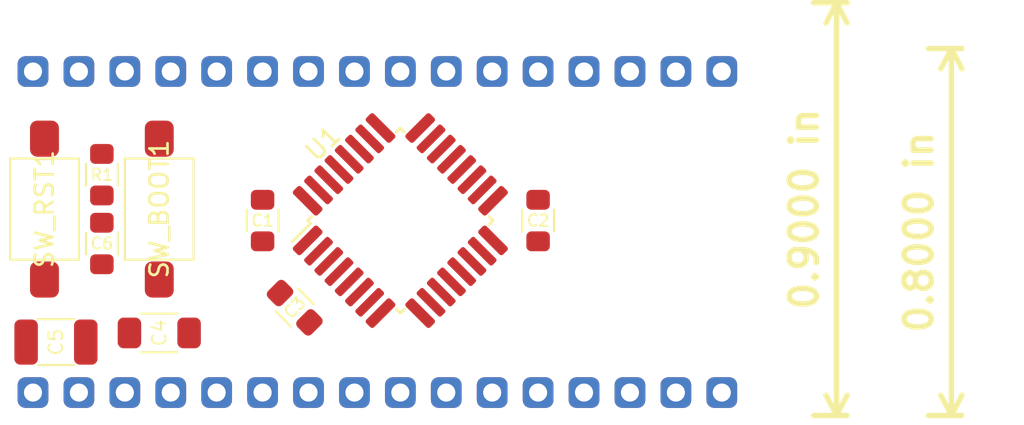
<source format=kicad_pcb>
(kicad_pcb (version 20171130) (host pcbnew "(5.0.1-3-g963ef8bb5)")

  (general
    (thickness 1.6)
    (drawings 2)
    (tracks 0)
    (zones 0)
    (modules 12)
    (nets 30)
  )

  (page USLetter)
  (title_block
    (title "STM32L031 (32-LQFP) Breakout")
    (date 2019-03-22)
    (comment 1 creativecommons.org/licenses/by-sa/4.0/)
    (comment 2 "License: CC BY-SA 4.0")
    (comment 3 "(C) Vlad Belous")
  )

  (layers
    (0 F.Cu mixed)
    (31 B.Cu mixed)
    (34 B.Paste user)
    (35 F.Paste user)
    (36 B.SilkS user)
    (37 F.SilkS user)
    (38 B.Mask user)
    (39 F.Mask user)
    (40 Dwgs.User user)
    (41 Cmts.User user)
    (44 Edge.Cuts user)
    (45 Margin user)
    (46 B.CrtYd user)
    (47 F.CrtYd user)
  )

  (setup
    (last_trace_width 0.2032)
    (user_trace_width 0.3048)
    (user_trace_width 0.508)
    (user_trace_width 0.8128)
    (trace_clearance 0.2032)
    (zone_clearance 0.508)
    (zone_45_only no)
    (trace_min 0.1778)
    (segment_width 0.2)
    (edge_width 0.15)
    (via_size 0.6096)
    (via_drill 0.3048)
    (via_min_size 0.6096)
    (via_min_drill 0.3048)
    (user_via 0.762 0.4064)
    (user_via 0.9144 0.508)
    (uvia_size 0.3)
    (uvia_drill 0.1)
    (uvias_allowed no)
    (uvia_min_size 0.2)
    (uvia_min_drill 0.1)
    (pcb_text_width 0.3)
    (pcb_text_size 1.5 1.5)
    (mod_edge_width 0.15)
    (mod_text_size 1 1)
    (mod_text_width 0.15)
    (pad_size 1.524 1.524)
    (pad_drill 0.762)
    (pad_to_mask_clearance 0.051)
    (solder_mask_min_width 0.25)
    (aux_axis_origin 0 0)
    (visible_elements FFFFFF7F)
    (pcbplotparams
      (layerselection 0x010fc_ffffffff)
      (usegerberextensions false)
      (usegerberattributes false)
      (usegerberadvancedattributes false)
      (creategerberjobfile false)
      (excludeedgelayer true)
      (linewidth 0.076200)
      (plotframeref false)
      (viasonmask false)
      (mode 1)
      (useauxorigin false)
      (hpglpennumber 1)
      (hpglpenspeed 20)
      (hpglpendiameter 15.000000)
      (psnegative false)
      (psa4output false)
      (plotreference true)
      (plotvalue true)
      (plotinvisibletext false)
      (padsonsilk false)
      (subtractmaskfromsilk false)
      (outputformat 1)
      (mirror false)
      (drillshape 1)
      (scaleselection 1)
      (outputdirectory ""))
  )

  (net 0 "")
  (net 1 VDD)
  (net 2 GND)
  (net 3 "Net-(C6-Pad1)")
  (net 4 PB1)
  (net 5 PB0)
  (net 6 PA7.MOSI)
  (net 7 PA6.MISO)
  (net 8 PA5.SCK)
  (net 9 PA4)
  (net 10 PA3.RX)
  (net 11 PA2.TX)
  (net 12 PA1)
  (net 13 PA0)
  (net 14 PC15)
  (net 15 PC14)
  (net 16 PB7)
  (net 17 PB6)
  (net 18 PB5)
  (net 19 PB4)
  (net 20 PB3)
  (net 21 PA15)
  (net 22 PA14.SWCLK)
  (net 23 PA13.SWDIO)
  (net 24 PA12)
  (net 25 PA11)
  (net 26 PA10.SDA.RX)
  (net 27 PA9.SCL.TX)
  (net 28 PA8)
  (net 29 BOOT)

  (net_class Default "This is the default net class."
    (clearance 0.2032)
    (trace_width 0.2032)
    (via_dia 0.6096)
    (via_drill 0.3048)
    (uvia_dia 0.3)
    (uvia_drill 0.1)
    (diff_pair_gap 0.1524)
    (diff_pair_width 0.2032)
    (add_net BOOT)
    (add_net GND)
    (add_net "Net-(C6-Pad1)")
    (add_net PA0)
    (add_net PA1)
    (add_net PA10.SDA.RX)
    (add_net PA11)
    (add_net PA12)
    (add_net PA13.SWDIO)
    (add_net PA14.SWCLK)
    (add_net PA15)
    (add_net PA2.TX)
    (add_net PA3.RX)
    (add_net PA4)
    (add_net PA5.SCK)
    (add_net PA6.MISO)
    (add_net PA7.MOSI)
    (add_net PA8)
    (add_net PA9.SCL.TX)
    (add_net PB0)
    (add_net PB1)
    (add_net PB3)
    (add_net PB4)
    (add_net PB5)
    (add_net PB6)
    (add_net PB7)
    (add_net PC14)
    (add_net PC15)
    (add_net VDD)
  )

  (module local_footprints:0805_HS (layer F.Cu) (tedit 5C0C83D5) (tstamp 5C94A345)
    (at 152.4 112.395 90)
    (descr "Resistor SMD 0805, reflow soldering, Vishay (see dcrcw.pdf)")
    (tags "resistor 0805")
    (path /5C9343DC)
    (attr smd)
    (fp_text reference C1 (at 0 0 180) (layer F.SilkS)
      (effects (font (size 0.635 0.635) (thickness 0.1016)))
    )
    (fp_text value 0.1uF (at 0 1.75 90) (layer F.Fab) hide
      (effects (font (size 1 1) (thickness 0.15)))
    )
    (fp_text user %R (at 0 0 90) (layer F.Fab)
      (effects (font (size 0.5 0.5) (thickness 0.075)))
    )
    (fp_line (start -1 0.62) (end -1 -0.62) (layer F.Fab) (width 0.1))
    (fp_line (start 1 0.62) (end -1 0.62) (layer F.Fab) (width 0.1))
    (fp_line (start 1 -0.62) (end 1 0.62) (layer F.Fab) (width 0.1))
    (fp_line (start -1 -0.62) (end 1 -0.62) (layer F.Fab) (width 0.1))
    (fp_line (start 0.6 0.88) (end -0.6 0.88) (layer F.SilkS) (width 0.12))
    (fp_line (start -0.6 -0.88) (end 0.6 -0.88) (layer F.SilkS) (width 0.12))
    (fp_line (start -1.55 -0.9) (end 1.55 -0.9) (layer F.CrtYd) (width 0.05))
    (fp_line (start -1.55 -0.9) (end -1.55 0.9) (layer F.CrtYd) (width 0.05))
    (fp_line (start 1.55 0.9) (end 1.55 -0.9) (layer F.CrtYd) (width 0.05))
    (fp_line (start 1.55 0.9) (end -1.55 0.9) (layer F.CrtYd) (width 0.05))
    (pad 1 smd roundrect (at -1.15 0 90) (size 1.1 1.3) (layers F.Cu F.Paste F.Mask) (roundrect_rratio 0.25)
      (net 1 VDD))
    (pad 2 smd roundrect (at 1.15 0 90) (size 1.1 1.3) (layers F.Cu F.Paste F.Mask) (roundrect_rratio 0.25)
      (net 2 GND))
    (model ${KISYS3DMOD}/Resistors_SMD.3dshapes/R_0805.wrl
      (at (xyz 0 0 0))
      (scale (xyz 1 1 1))
      (rotate (xyz 0 0 0))
    )
  )

  (module local_footprints:0805_HS (layer F.Cu) (tedit 5C0C83D5) (tstamp 5C94A356)
    (at 167.64 112.395 270)
    (descr "Resistor SMD 0805, reflow soldering, Vishay (see dcrcw.pdf)")
    (tags "resistor 0805")
    (path /5C934332)
    (attr smd)
    (fp_text reference C2 (at 0 0) (layer F.SilkS)
      (effects (font (size 0.635 0.635) (thickness 0.1016)))
    )
    (fp_text value 0.1uF (at 0 1.75 270) (layer F.Fab) hide
      (effects (font (size 1 1) (thickness 0.15)))
    )
    (fp_line (start 1.55 0.9) (end -1.55 0.9) (layer F.CrtYd) (width 0.05))
    (fp_line (start 1.55 0.9) (end 1.55 -0.9) (layer F.CrtYd) (width 0.05))
    (fp_line (start -1.55 -0.9) (end -1.55 0.9) (layer F.CrtYd) (width 0.05))
    (fp_line (start -1.55 -0.9) (end 1.55 -0.9) (layer F.CrtYd) (width 0.05))
    (fp_line (start -0.6 -0.88) (end 0.6 -0.88) (layer F.SilkS) (width 0.12))
    (fp_line (start 0.6 0.88) (end -0.6 0.88) (layer F.SilkS) (width 0.12))
    (fp_line (start -1 -0.62) (end 1 -0.62) (layer F.Fab) (width 0.1))
    (fp_line (start 1 -0.62) (end 1 0.62) (layer F.Fab) (width 0.1))
    (fp_line (start 1 0.62) (end -1 0.62) (layer F.Fab) (width 0.1))
    (fp_line (start -1 0.62) (end -1 -0.62) (layer F.Fab) (width 0.1))
    (fp_text user %R (at 0 0 270) (layer F.Fab)
      (effects (font (size 0.5 0.5) (thickness 0.075)))
    )
    (pad 2 smd roundrect (at 1.15 0 270) (size 1.1 1.3) (layers F.Cu F.Paste F.Mask) (roundrect_rratio 0.25)
      (net 2 GND))
    (pad 1 smd roundrect (at -1.15 0 270) (size 1.1 1.3) (layers F.Cu F.Paste F.Mask) (roundrect_rratio 0.25)
      (net 1 VDD))
    (model ${KISYS3DMOD}/Resistors_SMD.3dshapes/R_0805.wrl
      (at (xyz 0 0 0))
      (scale (xyz 1 1 1))
      (rotate (xyz 0 0 0))
    )
  )

  (module local_footprints:0805_HS (layer F.Cu) (tedit 5C0C83D5) (tstamp 5C94A367)
    (at 154.178 117.221 135)
    (descr "Resistor SMD 0805, reflow soldering, Vishay (see dcrcw.pdf)")
    (tags "resistor 0805")
    (path /5C934696)
    (attr smd)
    (fp_text reference C3 (at 0 0 225) (layer F.SilkS)
      (effects (font (size 0.635 0.635) (thickness 0.1016)))
    )
    (fp_text value 0.1uF (at 0 1.75 135) (layer F.Fab) hide
      (effects (font (size 1 1) (thickness 0.15)))
    )
    (fp_line (start 1.55 0.9) (end -1.55 0.9) (layer F.CrtYd) (width 0.05))
    (fp_line (start 1.55 0.9) (end 1.55 -0.9) (layer F.CrtYd) (width 0.05))
    (fp_line (start -1.55 -0.9) (end -1.55 0.9) (layer F.CrtYd) (width 0.05))
    (fp_line (start -1.55 -0.9) (end 1.55 -0.9) (layer F.CrtYd) (width 0.05))
    (fp_line (start -0.6 -0.88) (end 0.6 -0.88) (layer F.SilkS) (width 0.12))
    (fp_line (start 0.6 0.88) (end -0.6 0.88) (layer F.SilkS) (width 0.12))
    (fp_line (start -1 -0.62) (end 1 -0.62) (layer F.Fab) (width 0.1))
    (fp_line (start 1 -0.62) (end 1 0.62) (layer F.Fab) (width 0.1))
    (fp_line (start 1 0.62) (end -1 0.62) (layer F.Fab) (width 0.1))
    (fp_line (start -1 0.62) (end -1 -0.62) (layer F.Fab) (width 0.1))
    (fp_text user %R (at 0 0 135) (layer F.Fab)
      (effects (font (size 0.5 0.5) (thickness 0.075)))
    )
    (pad 2 smd roundrect (at 1.15 0 135) (size 1.1 1.3) (layers F.Cu F.Paste F.Mask) (roundrect_rratio 0.25)
      (net 2 GND))
    (pad 1 smd roundrect (at -1.15 0 135) (size 1.1 1.3) (layers F.Cu F.Paste F.Mask) (roundrect_rratio 0.25)
      (net 1 VDD))
    (model ${KISYS3DMOD}/Resistors_SMD.3dshapes/R_0805.wrl
      (at (xyz 0 0 0))
      (scale (xyz 1 1 1))
      (rotate (xyz 0 0 0))
    )
  )

  (module local_footprints:1206_HS (layer F.Cu) (tedit 5C0C843B) (tstamp 5C94A378)
    (at 146.685 118.618 180)
    (descr "Resistor SMD 1206, reflow soldering, Vishay (see dcrcw.pdf)")
    (tags "resistor 1206")
    (path /5C934743)
    (attr smd)
    (fp_text reference C4 (at 0 0 270) (layer F.SilkS)
      (effects (font (size 0.762 0.762) (thickness 0.1016)))
    )
    (fp_text value 1uF (at 0 1.95 180) (layer F.Fab) hide
      (effects (font (size 1 1) (thickness 0.15)))
    )
    (fp_line (start 2.15 1.1) (end -2.15 1.1) (layer F.CrtYd) (width 0.05))
    (fp_line (start 2.15 1.1) (end 2.15 -1.11) (layer F.CrtYd) (width 0.05))
    (fp_line (start -2.15 -1.11) (end -2.15 1.1) (layer F.CrtYd) (width 0.05))
    (fp_line (start -2.15 -1.11) (end 2.15 -1.11) (layer F.CrtYd) (width 0.05))
    (fp_line (start -1 -1.07) (end 1 -1.07) (layer F.SilkS) (width 0.12))
    (fp_line (start 1 1.07) (end -1 1.07) (layer F.SilkS) (width 0.12))
    (fp_line (start -1.6 -0.8) (end 1.6 -0.8) (layer F.Fab) (width 0.1))
    (fp_line (start 1.6 -0.8) (end 1.6 0.8) (layer F.Fab) (width 0.1))
    (fp_line (start 1.6 0.8) (end -1.6 0.8) (layer F.Fab) (width 0.1))
    (fp_line (start -1.6 0.8) (end -1.6 -0.8) (layer F.Fab) (width 0.1))
    (fp_text user %R (at 0 0 180) (layer F.Fab)
      (effects (font (size 0.7 0.7) (thickness 0.105)))
    )
    (pad 2 smd roundrect (at 1.65 0 180) (size 1.3 1.7) (layers F.Cu F.Paste F.Mask) (roundrect_rratio 0.25)
      (net 2 GND))
    (pad 1 smd roundrect (at -1.65 0 180) (size 1.3 1.7) (layers F.Cu F.Paste F.Mask) (roundrect_rratio 0.25)
      (net 1 VDD))
    (model ${KISYS3DMOD}/Resistors_SMD.3dshapes/R_1206.wrl
      (at (xyz 0 0 0))
      (scale (xyz 1 1 1))
      (rotate (xyz 0 0 0))
    )
  )

  (module local_footprints:1210_HS (layer F.Cu) (tedit 5C934426) (tstamp 5C94A387)
    (at 140.97 119.126)
    (descr "Generic SMD 1210")
    (tags "resistor 1206")
    (path /5C934BB7)
    (attr smd)
    (fp_text reference C5 (at 0 0 90) (layer F.SilkS)
      (effects (font (size 0.762 0.762) (thickness 0.1016)))
    )
    (fp_text value 10uF (at 0 2.286) (layer F.Fab) hide
      (effects (font (size 1 1) (thickness 0.15)))
    )
    (fp_line (start 2.25 1.25) (end -2.25 1.25) (layer F.CrtYd) (width 0.05))
    (fp_line (start 2.25 1.25) (end 2.25 -1.25) (layer F.CrtYd) (width 0.05))
    (fp_line (start -2.25 -1.25) (end -2.25 1.25) (layer F.CrtYd) (width 0.05))
    (fp_line (start -2.25 -1.25) (end 2.25 -1.25) (layer F.CrtYd) (width 0.05))
    (fp_line (start -1 -1.27) (end 1 -1.27) (layer F.SilkS) (width 0.12))
    (fp_line (start 1 1.27) (end -1 1.27) (layer F.SilkS) (width 0.12))
    (fp_line (start 1.6 -0.8) (end 1.6 0.8) (layer F.Fab) (width 0.1))
    (fp_line (start -1.6 0.8) (end -1.6 -0.8) (layer F.Fab) (width 0.1))
    (fp_text user %R (at 0 0 90) (layer F.Fab)
      (effects (font (size 0.7 0.7) (thickness 0.105)))
    )
    (pad 2 smd roundrect (at 1.65 0) (size 1.3 2.5) (layers F.Cu F.Paste F.Mask) (roundrect_rratio 0.25)
      (net 2 GND))
    (pad 1 smd roundrect (at -1.65 0) (size 1.3 2.5) (layers F.Cu F.Paste F.Mask) (roundrect_rratio 0.25)
      (net 1 VDD))
    (model ${KISYS3DMOD}/Resistors_SMD.3dshapes/R_1210.wrl
      (at (xyz 0 0 0))
      (scale (xyz 1 1 1))
      (rotate (xyz 0 0 0))
    )
  )

  (module local_footprints:0805_HS (layer F.Cu) (tedit 5C0C83D5) (tstamp 5C9604BC)
    (at 143.51 113.665 90)
    (descr "Resistor SMD 0805, reflow soldering, Vishay (see dcrcw.pdf)")
    (tags "resistor 0805")
    (path /5C935E8E)
    (attr smd)
    (fp_text reference C6 (at 0 0 180) (layer F.SilkS)
      (effects (font (size 0.635 0.635) (thickness 0.1016)))
    )
    (fp_text value 0.1uF (at 0 1.75 90) (layer F.Fab) hide
      (effects (font (size 1 1) (thickness 0.15)))
    )
    (fp_text user %R (at 0 0 90) (layer F.Fab)
      (effects (font (size 0.5 0.5) (thickness 0.075)))
    )
    (fp_line (start -1 0.62) (end -1 -0.62) (layer F.Fab) (width 0.1))
    (fp_line (start 1 0.62) (end -1 0.62) (layer F.Fab) (width 0.1))
    (fp_line (start 1 -0.62) (end 1 0.62) (layer F.Fab) (width 0.1))
    (fp_line (start -1 -0.62) (end 1 -0.62) (layer F.Fab) (width 0.1))
    (fp_line (start 0.6 0.88) (end -0.6 0.88) (layer F.SilkS) (width 0.12))
    (fp_line (start -0.6 -0.88) (end 0.6 -0.88) (layer F.SilkS) (width 0.12))
    (fp_line (start -1.55 -0.9) (end 1.55 -0.9) (layer F.CrtYd) (width 0.05))
    (fp_line (start -1.55 -0.9) (end -1.55 0.9) (layer F.CrtYd) (width 0.05))
    (fp_line (start 1.55 0.9) (end 1.55 -0.9) (layer F.CrtYd) (width 0.05))
    (fp_line (start 1.55 0.9) (end -1.55 0.9) (layer F.CrtYd) (width 0.05))
    (pad 1 smd roundrect (at -1.15 0 90) (size 1.1 1.3) (layers F.Cu F.Paste F.Mask) (roundrect_rratio 0.25)
      (net 3 "Net-(C6-Pad1)"))
    (pad 2 smd roundrect (at 1.15 0 90) (size 1.1 1.3) (layers F.Cu F.Paste F.Mask) (roundrect_rratio 0.25)
      (net 2 GND))
    (model ${KISYS3DMOD}/Resistors_SMD.3dshapes/R_0805.wrl
      (at (xyz 0 0 0))
      (scale (xyz 1 1 1))
      (rotate (xyz 0 0 0))
    )
  )

  (module local_footprints:Pin_Header_Straight_1x16_Pitch2.54mm (layer F.Cu) (tedit 5C948D41) (tstamp 5C94A3B6)
    (at 139.7 121.92 90)
    (descr "Through hole straight pin header, 1x16, 2.54mm pitch, single row")
    (tags "Through hole pin header THT 1x16 2.54mm single row")
    (path /5C93504B)
    (fp_text reference J1 (at 0 -2.33 90) (layer F.SilkS) hide
      (effects (font (size 1 1) (thickness 0.15)))
    )
    (fp_text value Conn_01x16 (at 0 40.43 90) (layer F.Fab)
      (effects (font (size 1 1) (thickness 0.15)))
    )
    (fp_text user %R (at 0 19.05 180) (layer F.Fab)
      (effects (font (size 1 1) (thickness 0.15)))
    )
    (fp_line (start 1.8 -1.8) (end -1.8 -1.8) (layer F.CrtYd) (width 0.05))
    (fp_line (start 1.8 39.9) (end 1.8 -1.8) (layer F.CrtYd) (width 0.05))
    (fp_line (start -1.8 39.9) (end 1.8 39.9) (layer F.CrtYd) (width 0.05))
    (fp_line (start -1.8 -1.8) (end -1.8 39.9) (layer F.CrtYd) (width 0.05))
    (fp_line (start -1.27 -0.635) (end -0.635 -1.27) (layer F.Fab) (width 0.1))
    (fp_line (start -1.27 39.37) (end -1.27 -0.635) (layer F.Fab) (width 0.1))
    (fp_line (start 1.27 39.37) (end -1.27 39.37) (layer F.Fab) (width 0.1))
    (fp_line (start 1.27 -1.27) (end 1.27 39.37) (layer F.Fab) (width 0.1))
    (fp_line (start -0.635 -1.27) (end 1.27 -1.27) (layer F.Fab) (width 0.1))
    (pad 16 thru_hole roundrect (at 0 38.1 90) (size 1.7 1.7) (drill 1) (layers *.Cu *.Mask) (roundrect_rratio 0.25)
      (net 4 PB1))
    (pad 15 thru_hole roundrect (at 0 35.56 90) (size 1.7 1.7) (drill 1) (layers *.Cu *.Mask) (roundrect_rratio 0.25)
      (net 5 PB0))
    (pad 14 thru_hole roundrect (at 0 33.02 90) (size 1.7 1.7) (drill 1) (layers *.Cu *.Mask) (roundrect_rratio 0.25)
      (net 2 GND))
    (pad 13 thru_hole roundrect (at 0 30.48 90) (size 1.7 1.7) (drill 1) (layers *.Cu *.Mask) (roundrect_rratio 0.25)
      (net 6 PA7.MOSI))
    (pad 12 thru_hole roundrect (at 0 27.94 90) (size 1.7 1.7) (drill 1) (layers *.Cu *.Mask) (roundrect_rratio 0.25)
      (net 7 PA6.MISO))
    (pad 11 thru_hole roundrect (at 0 25.4 90) (size 1.7 1.7) (drill 1) (layers *.Cu *.Mask) (roundrect_rratio 0.25)
      (net 8 PA5.SCK))
    (pad 10 thru_hole roundrect (at 0 22.86 90) (size 1.7 1.7) (drill 1) (layers *.Cu *.Mask) (roundrect_rratio 0.25)
      (net 9 PA4))
    (pad 9 thru_hole roundrect (at 0 20.32 90) (size 1.7 1.7) (drill 1) (layers *.Cu *.Mask) (roundrect_rratio 0.25)
      (net 2 GND))
    (pad 8 thru_hole roundrect (at 0 17.78 90) (size 1.7 1.7) (drill 1) (layers *.Cu *.Mask) (roundrect_rratio 0.25)
      (net 10 PA3.RX))
    (pad 7 thru_hole roundrect (at 0 15.24 90) (size 1.7 1.7) (drill 1) (layers *.Cu *.Mask) (roundrect_rratio 0.25)
      (net 11 PA2.TX))
    (pad 6 thru_hole roundrect (at 0 12.7 90) (size 1.7 1.7) (drill 1) (layers *.Cu *.Mask) (roundrect_rratio 0.25)
      (net 12 PA1))
    (pad 5 thru_hole roundrect (at 0 10.16 90) (size 1.7 1.7) (drill 1) (layers *.Cu *.Mask) (roundrect_rratio 0.25)
      (net 13 PA0))
    (pad 4 thru_hole roundrect (at 0 7.62 90) (size 1.7 1.7) (drill 1) (layers *.Cu *.Mask) (roundrect_rratio 0.25)
      (net 14 PC15))
    (pad 3 thru_hole roundrect (at 0 5.08 90) (size 1.7 1.7) (drill 1) (layers *.Cu *.Mask) (roundrect_rratio 0.25)
      (net 15 PC14))
    (pad 2 thru_hole roundrect (at 0 2.54 90) (size 1.7 1.7) (drill 1) (layers *.Cu *.Mask) (roundrect_rratio 0.25)
      (net 2 GND))
    (pad 1 thru_hole roundrect (at 0 0 90) (size 1.7 1.7) (drill 1) (layers *.Cu *.Mask) (roundrect_rratio 0.25)
      (net 1 VDD))
    (model ${KISYS3DMOD}/Pin_Headers.3dshapes/Pin_Header_Straight_1x16_Pitch2.54mm.wrl
      (at (xyz 0 0 0))
      (scale (xyz 1 1 1))
      (rotate (xyz 0 0 0))
    )
  )

  (module local_footprints:Pin_Header_Straight_1x16_Pitch2.54mm (layer F.Cu) (tedit 5C948D41) (tstamp 5C960220)
    (at 139.7 104.14 90)
    (descr "Through hole straight pin header, 1x16, 2.54mm pitch, single row")
    (tags "Through hole pin header THT 1x16 2.54mm single row")
    (path /5C935C74)
    (fp_text reference J2 (at 0 -2.33 90) (layer F.SilkS) hide
      (effects (font (size 1 1) (thickness 0.15)))
    )
    (fp_text value Conn_01x16 (at 0 40.43 90) (layer F.Fab)
      (effects (font (size 1 1) (thickness 0.15)))
    )
    (fp_line (start -0.635 -1.27) (end 1.27 -1.27) (layer F.Fab) (width 0.1))
    (fp_line (start 1.27 -1.27) (end 1.27 39.37) (layer F.Fab) (width 0.1))
    (fp_line (start 1.27 39.37) (end -1.27 39.37) (layer F.Fab) (width 0.1))
    (fp_line (start -1.27 39.37) (end -1.27 -0.635) (layer F.Fab) (width 0.1))
    (fp_line (start -1.27 -0.635) (end -0.635 -1.27) (layer F.Fab) (width 0.1))
    (fp_line (start -1.8 -1.8) (end -1.8 39.9) (layer F.CrtYd) (width 0.05))
    (fp_line (start -1.8 39.9) (end 1.8 39.9) (layer F.CrtYd) (width 0.05))
    (fp_line (start 1.8 39.9) (end 1.8 -1.8) (layer F.CrtYd) (width 0.05))
    (fp_line (start 1.8 -1.8) (end -1.8 -1.8) (layer F.CrtYd) (width 0.05))
    (fp_text user %R (at 0 19.05 180) (layer F.Fab)
      (effects (font (size 1 1) (thickness 0.15)))
    )
    (pad 1 thru_hole roundrect (at 0 0 90) (size 1.7 1.7) (drill 1) (layers *.Cu *.Mask) (roundrect_rratio 0.25)
      (net 2 GND))
    (pad 2 thru_hole roundrect (at 0 2.54 90) (size 1.7 1.7) (drill 1) (layers *.Cu *.Mask) (roundrect_rratio 0.25)
      (net 16 PB7))
    (pad 3 thru_hole roundrect (at 0 5.08 90) (size 1.7 1.7) (drill 1) (layers *.Cu *.Mask) (roundrect_rratio 0.25)
      (net 17 PB6))
    (pad 4 thru_hole roundrect (at 0 7.62 90) (size 1.7 1.7) (drill 1) (layers *.Cu *.Mask) (roundrect_rratio 0.25)
      (net 18 PB5))
    (pad 5 thru_hole roundrect (at 0 10.16 90) (size 1.7 1.7) (drill 1) (layers *.Cu *.Mask) (roundrect_rratio 0.25)
      (net 19 PB4))
    (pad 6 thru_hole roundrect (at 0 12.7 90) (size 1.7 1.7) (drill 1) (layers *.Cu *.Mask) (roundrect_rratio 0.25)
      (net 20 PB3))
    (pad 7 thru_hole roundrect (at 0 15.24 90) (size 1.7 1.7) (drill 1) (layers *.Cu *.Mask) (roundrect_rratio 0.25)
      (net 2 GND))
    (pad 8 thru_hole roundrect (at 0 17.78 90) (size 1.7 1.7) (drill 1) (layers *.Cu *.Mask) (roundrect_rratio 0.25)
      (net 21 PA15))
    (pad 9 thru_hole roundrect (at 0 20.32 90) (size 1.7 1.7) (drill 1) (layers *.Cu *.Mask) (roundrect_rratio 0.25)
      (net 22 PA14.SWCLK))
    (pad 10 thru_hole roundrect (at 0 22.86 90) (size 1.7 1.7) (drill 1) (layers *.Cu *.Mask) (roundrect_rratio 0.25)
      (net 23 PA13.SWDIO))
    (pad 11 thru_hole roundrect (at 0 25.4 90) (size 1.7 1.7) (drill 1) (layers *.Cu *.Mask) (roundrect_rratio 0.25)
      (net 24 PA12))
    (pad 12 thru_hole roundrect (at 0 27.94 90) (size 1.7 1.7) (drill 1) (layers *.Cu *.Mask) (roundrect_rratio 0.25)
      (net 25 PA11))
    (pad 13 thru_hole roundrect (at 0 30.48 90) (size 1.7 1.7) (drill 1) (layers *.Cu *.Mask) (roundrect_rratio 0.25)
      (net 2 GND))
    (pad 14 thru_hole roundrect (at 0 33.02 90) (size 1.7 1.7) (drill 1) (layers *.Cu *.Mask) (roundrect_rratio 0.25)
      (net 26 PA10.SDA.RX))
    (pad 15 thru_hole roundrect (at 0 35.56 90) (size 1.7 1.7) (drill 1) (layers *.Cu *.Mask) (roundrect_rratio 0.25)
      (net 27 PA9.SCL.TX))
    (pad 16 thru_hole roundrect (at 0 38.1 90) (size 1.7 1.7) (drill 1) (layers *.Cu *.Mask) (roundrect_rratio 0.25)
      (net 28 PA8))
    (model ${KISYS3DMOD}/Pin_Headers.3dshapes/Pin_Header_Straight_1x16_Pitch2.54mm.wrl
      (at (xyz 0 0 0))
      (scale (xyz 1 1 1))
      (rotate (xyz 0 0 0))
    )
  )

  (module local_footprints:0805_HS (layer F.Cu) (tedit 5C0C83D5) (tstamp 5C94A3E5)
    (at 143.51 109.855 270)
    (descr "Resistor SMD 0805, reflow soldering, Vishay (see dcrcw.pdf)")
    (tags "resistor 0805")
    (path /5C937442)
    (attr smd)
    (fp_text reference R1 (at 0 0) (layer F.SilkS)
      (effects (font (size 0.635 0.635) (thickness 0.1016)))
    )
    (fp_text value 10k (at 0 1.75 270) (layer F.Fab) hide
      (effects (font (size 1 1) (thickness 0.15)))
    )
    (fp_line (start 1.55 0.9) (end -1.55 0.9) (layer F.CrtYd) (width 0.05))
    (fp_line (start 1.55 0.9) (end 1.55 -0.9) (layer F.CrtYd) (width 0.05))
    (fp_line (start -1.55 -0.9) (end -1.55 0.9) (layer F.CrtYd) (width 0.05))
    (fp_line (start -1.55 -0.9) (end 1.55 -0.9) (layer F.CrtYd) (width 0.05))
    (fp_line (start -0.6 -0.88) (end 0.6 -0.88) (layer F.SilkS) (width 0.12))
    (fp_line (start 0.6 0.88) (end -0.6 0.88) (layer F.SilkS) (width 0.12))
    (fp_line (start -1 -0.62) (end 1 -0.62) (layer F.Fab) (width 0.1))
    (fp_line (start 1 -0.62) (end 1 0.62) (layer F.Fab) (width 0.1))
    (fp_line (start 1 0.62) (end -1 0.62) (layer F.Fab) (width 0.1))
    (fp_line (start -1 0.62) (end -1 -0.62) (layer F.Fab) (width 0.1))
    (fp_text user %R (at 0 0 270) (layer F.Fab)
      (effects (font (size 0.5 0.5) (thickness 0.075)))
    )
    (pad 2 smd roundrect (at 1.15 0 270) (size 1.1 1.3) (layers F.Cu F.Paste F.Mask) (roundrect_rratio 0.25)
      (net 2 GND))
    (pad 1 smd roundrect (at -1.15 0 270) (size 1.1 1.3) (layers F.Cu F.Paste F.Mask) (roundrect_rratio 0.25)
      (net 29 BOOT))
    (model ${KISYS3DMOD}/Resistors_SMD.3dshapes/R_0805.wrl
      (at (xyz 0 0 0))
      (scale (xyz 1 1 1))
      (rotate (xyz 0 0 0))
    )
  )

  (module local_footprints:SW_SPST_PUSH_6mm_3mm (layer F.Cu) (tedit 5C735BCC) (tstamp 5C94A400)
    (at 146.685 111.76 270)
    (descr http://www.te.com/commerce/DocumentDelivery/DDEController?Action=srchrtrv&DocNm=1437566-3&DocType=Customer+Drawing&DocLang=English)
    (tags "SPST button tactile switch")
    (path /5C936832)
    (attr smd)
    (fp_text reference SW_BOOT1 (at 0 0 270) (layer F.SilkS)
      (effects (font (size 1 1) (thickness 0.15)))
    )
    (fp_text value SW_BOOT (at 0 3 270) (layer F.Fab)
      (effects (font (size 1 1) (thickness 0.15)))
    )
    (fp_text user %R (at 0 -2.6 270) (layer F.Fab)
      (effects (font (size 1 1) (thickness 0.15)))
    )
    (fp_line (start -1.75 -1) (end 1.75 -1) (layer F.Fab) (width 0.1))
    (fp_line (start 1.75 -1) (end 1.75 1) (layer F.Fab) (width 0.1))
    (fp_line (start 1.75 1) (end -1.75 1) (layer F.Fab) (width 0.1))
    (fp_line (start -1.75 1) (end -1.75 -1) (layer F.Fab) (width 0.1))
    (fp_line (start -2.8 -1.9) (end 2.8 -1.9) (layer F.SilkS) (width 0.12))
    (fp_line (start 2.8 -1.9) (end 2.8 1.9) (layer F.SilkS) (width 0.12))
    (fp_line (start 2.8 1.9) (end -2.8 1.9) (layer F.SilkS) (width 0.12))
    (fp_line (start -2.8 1.9) (end -2.8 -1.9) (layer F.SilkS) (width 0.12))
    (fp_line (start -1.5 0.8) (end 1.5 0.8) (layer F.Fab) (width 0.1))
    (fp_line (start -1.5 -0.8) (end 1.5 -0.8) (layer F.Fab) (width 0.1))
    (fp_line (start 1.5 -0.8) (end 1.5 0.8) (layer F.Fab) (width 0.1))
    (fp_line (start -1.5 -0.8) (end -1.5 0.8) (layer F.Fab) (width 0.1))
    (fp_line (start -5 2) (end 5 2) (layer F.CrtYd) (width 0.05))
    (fp_line (start 5 -2) (end 5 2) (layer F.CrtYd) (width 0.05))
    (fp_line (start -3 1.9) (end 3 1.9) (layer F.Fab) (width 0.1))
    (fp_line (start -3 -1.9) (end 3 -1.9) (layer F.Fab) (width 0.1))
    (fp_line (start -3 -1.9) (end -3 1.9) (layer F.Fab) (width 0.1))
    (fp_line (start 3 -1.9) (end 3 1.9) (layer F.Fab) (width 0.1))
    (fp_line (start -5 -2) (end -5 2) (layer F.CrtYd) (width 0.05))
    (fp_line (start -5 -2) (end 5 -2) (layer F.CrtYd) (width 0.05))
    (pad 1 smd roundrect (at -3.9 0 270) (size 2 1.6) (layers F.Cu F.Paste F.Mask) (roundrect_rratio 0.25)
      (net 29 BOOT))
    (pad 2 smd roundrect (at 3.9 0 270) (size 2 1.6) (layers F.Cu F.Paste F.Mask) (roundrect_rratio 0.25)
      (net 1 VDD))
    (model ${KISYS3DMOD}/Buttons_Switches_SMD.3dshapes/SW_SPST_FSMSM.wrl
      (at (xyz 0 0 0))
      (scale (xyz 1 1 1))
      (rotate (xyz 0 0 0))
    )
  )

  (module local_footprints:SW_SPST_PUSH_6mm_3mm (layer F.Cu) (tedit 5C735BCC) (tstamp 5C94A41B)
    (at 140.335 111.76 270)
    (descr http://www.te.com/commerce/DocumentDelivery/DDEController?Action=srchrtrv&DocNm=1437566-3&DocType=Customer+Drawing&DocLang=English)
    (tags "SPST button tactile switch")
    (path /5C9354AE)
    (attr smd)
    (fp_text reference SW_RST1 (at 0 0 270) (layer F.SilkS)
      (effects (font (size 1 1) (thickness 0.15)))
    )
    (fp_text value SW_RST (at 0 3 270) (layer F.Fab)
      (effects (font (size 1 1) (thickness 0.15)))
    )
    (fp_line (start -5 -2) (end 5 -2) (layer F.CrtYd) (width 0.05))
    (fp_line (start -5 -2) (end -5 2) (layer F.CrtYd) (width 0.05))
    (fp_line (start 3 -1.9) (end 3 1.9) (layer F.Fab) (width 0.1))
    (fp_line (start -3 -1.9) (end -3 1.9) (layer F.Fab) (width 0.1))
    (fp_line (start -3 -1.9) (end 3 -1.9) (layer F.Fab) (width 0.1))
    (fp_line (start -3 1.9) (end 3 1.9) (layer F.Fab) (width 0.1))
    (fp_line (start 5 -2) (end 5 2) (layer F.CrtYd) (width 0.05))
    (fp_line (start -5 2) (end 5 2) (layer F.CrtYd) (width 0.05))
    (fp_line (start -1.5 -0.8) (end -1.5 0.8) (layer F.Fab) (width 0.1))
    (fp_line (start 1.5 -0.8) (end 1.5 0.8) (layer F.Fab) (width 0.1))
    (fp_line (start -1.5 -0.8) (end 1.5 -0.8) (layer F.Fab) (width 0.1))
    (fp_line (start -1.5 0.8) (end 1.5 0.8) (layer F.Fab) (width 0.1))
    (fp_line (start -2.8 1.9) (end -2.8 -1.9) (layer F.SilkS) (width 0.12))
    (fp_line (start 2.8 1.9) (end -2.8 1.9) (layer F.SilkS) (width 0.12))
    (fp_line (start 2.8 -1.9) (end 2.8 1.9) (layer F.SilkS) (width 0.12))
    (fp_line (start -2.8 -1.9) (end 2.8 -1.9) (layer F.SilkS) (width 0.12))
    (fp_line (start -1.75 1) (end -1.75 -1) (layer F.Fab) (width 0.1))
    (fp_line (start 1.75 1) (end -1.75 1) (layer F.Fab) (width 0.1))
    (fp_line (start 1.75 -1) (end 1.75 1) (layer F.Fab) (width 0.1))
    (fp_line (start -1.75 -1) (end 1.75 -1) (layer F.Fab) (width 0.1))
    (fp_text user %R (at 0 -2.6 270) (layer F.Fab)
      (effects (font (size 1 1) (thickness 0.15)))
    )
    (pad 2 smd roundrect (at 3.9 0 270) (size 2 1.6) (layers F.Cu F.Paste F.Mask) (roundrect_rratio 0.25)
      (net 3 "Net-(C6-Pad1)"))
    (pad 1 smd roundrect (at -3.9 0 270) (size 2 1.6) (layers F.Cu F.Paste F.Mask) (roundrect_rratio 0.25)
      (net 2 GND))
    (model ${KISYS3DMOD}/Buttons_Switches_SMD.3dshapes/SW_SPST_FSMSM.wrl
      (at (xyz 0 0 0))
      (scale (xyz 1 1 1))
      (rotate (xyz 0 0 0))
    )
  )

  (module local_footprints:TQFP-32_7x7mm_Pitch0.8mm_HS_narrow_pads (layer F.Cu) (tedit 5C948FB6) (tstamp 5C94A452)
    (at 160.02 112.395 45)
    (descr "32-Lead Plastic Thin Quad Flatpack (PT) - 7x7x1.0 mm Body, 2.00 mm [TQFP] (see Microchip Packaging Specification 00000049BS.pdf)")
    (tags "QFP 0.8")
    (path /5C934203)
    (attr smd)
    (fp_text reference U1 (at 0 -6.05 45) (layer F.SilkS)
      (effects (font (size 1 1) (thickness 0.15)))
    )
    (fp_text value STM32L031K6Tx (at 0 6.05 45) (layer F.Fab)
      (effects (font (size 1 1) (thickness 0.15)))
    )
    (fp_line (start -3.625 -3.4) (end -5.05 -3.4) (layer F.SilkS) (width 0.15))
    (fp_line (start 3.625 -3.625) (end 3.3 -3.625) (layer F.SilkS) (width 0.15))
    (fp_line (start 3.625 3.625) (end 3.3 3.625) (layer F.SilkS) (width 0.15))
    (fp_line (start -3.625 3.625) (end -3.3 3.625) (layer F.SilkS) (width 0.15))
    (fp_line (start -3.625 -3.625) (end -3.3 -3.625) (layer F.SilkS) (width 0.15))
    (fp_line (start -3.625 3.625) (end -3.625 3.3) (layer F.SilkS) (width 0.15))
    (fp_line (start 3.625 3.625) (end 3.625 3.3) (layer F.SilkS) (width 0.15))
    (fp_line (start 3.625 -3.625) (end 3.625 -3.3) (layer F.SilkS) (width 0.15))
    (fp_line (start -3.625 -3.625) (end -3.625 -3.4) (layer F.SilkS) (width 0.15))
    (fp_line (start -5.3 5.3) (end 5.3 5.3) (layer F.CrtYd) (width 0.05))
    (fp_line (start -5.3 -5.3) (end 5.3 -5.3) (layer F.CrtYd) (width 0.05))
    (fp_line (start 5.3 -5.3) (end 5.3 5.3) (layer F.CrtYd) (width 0.05))
    (fp_line (start -5.3 -5.3) (end -5.3 5.3) (layer F.CrtYd) (width 0.05))
    (fp_line (start -3.5 -2.5) (end -2.5 -3.5) (layer F.Fab) (width 0.15))
    (fp_line (start -3.5 3.5) (end -3.5 -2.5) (layer F.Fab) (width 0.15))
    (fp_line (start 3.5 3.5) (end -3.5 3.5) (layer F.Fab) (width 0.15))
    (fp_line (start 3.5 -3.5) (end 3.5 3.5) (layer F.Fab) (width 0.15))
    (fp_line (start -2.5 -3.5) (end 3.5 -3.5) (layer F.Fab) (width 0.15))
    (fp_text user %R (at 0 0 45) (layer F.Fab)
      (effects (font (size 1 1) (thickness 0.15)))
    )
    (pad 32 smd roundrect (at -2.85 -4.4 135) (size 1.9 0.6) (layers F.Cu F.Paste F.Mask) (roundrect_rratio 0.25)
      (net 2 GND))
    (pad 31 smd roundrect (at -2 -4.4 135) (size 1.9 0.5) (layers F.Cu F.Paste F.Mask) (roundrect_rratio 0.25)
      (net 29 BOOT))
    (pad 30 smd roundrect (at -1.2 -4.4 135) (size 1.9 0.5) (layers F.Cu F.Paste F.Mask) (roundrect_rratio 0.25)
      (net 16 PB7))
    (pad 29 smd roundrect (at -0.4 -4.4 135) (size 1.9 0.5) (layers F.Cu F.Paste F.Mask) (roundrect_rratio 0.25)
      (net 17 PB6))
    (pad 28 smd roundrect (at 0.4 -4.4 135) (size 1.9 0.5) (layers F.Cu F.Paste F.Mask) (roundrect_rratio 0.25)
      (net 18 PB5))
    (pad 27 smd roundrect (at 1.2 -4.4 135) (size 1.9 0.5) (layers F.Cu F.Paste F.Mask) (roundrect_rratio 0.25)
      (net 19 PB4))
    (pad 26 smd roundrect (at 2 -4.4 135) (size 1.9 0.5) (layers F.Cu F.Paste F.Mask) (roundrect_rratio 0.25)
      (net 20 PB3))
    (pad 25 smd roundrect (at 2.85 -4.4 135) (size 1.9 0.6) (layers F.Cu F.Paste F.Mask) (roundrect_rratio 0.25)
      (net 21 PA15))
    (pad 24 smd roundrect (at 4.4 -2.85 45) (size 1.9 0.6) (layers F.Cu F.Paste F.Mask) (roundrect_rratio 0.25)
      (net 22 PA14.SWCLK))
    (pad 23 smd roundrect (at 4.4 -2 45) (size 1.9 0.5) (layers F.Cu F.Paste F.Mask) (roundrect_rratio 0.25)
      (net 23 PA13.SWDIO))
    (pad 22 smd roundrect (at 4.4 -1.2 45) (size 1.9 0.5) (layers F.Cu F.Paste F.Mask) (roundrect_rratio 0.25)
      (net 24 PA12))
    (pad 21 smd roundrect (at 4.4 -0.4 45) (size 1.9 0.5) (layers F.Cu F.Paste F.Mask) (roundrect_rratio 0.25)
      (net 25 PA11))
    (pad 20 smd roundrect (at 4.4 0.4 45) (size 1.9 0.5) (layers F.Cu F.Paste F.Mask) (roundrect_rratio 0.25)
      (net 26 PA10.SDA.RX))
    (pad 19 smd roundrect (at 4.4 1.2 45) (size 1.9 0.5) (layers F.Cu F.Paste F.Mask) (roundrect_rratio 0.25)
      (net 27 PA9.SCL.TX))
    (pad 18 smd roundrect (at 4.4 2 45) (size 1.9 0.5) (layers F.Cu F.Paste F.Mask) (roundrect_rratio 0.25)
      (net 28 PA8))
    (pad 17 smd roundrect (at 4.4 2.85 45) (size 1.9 0.6) (layers F.Cu F.Paste F.Mask) (roundrect_rratio 0.25)
      (net 1 VDD))
    (pad 16 smd roundrect (at 2.85 4.4 135) (size 1.9 0.6) (layers F.Cu F.Paste F.Mask) (roundrect_rratio 0.25)
      (net 2 GND))
    (pad 15 smd roundrect (at 2 4.4 135) (size 1.9 0.5) (layers F.Cu F.Paste F.Mask) (roundrect_rratio 0.25)
      (net 4 PB1))
    (pad 14 smd roundrect (at 1.2 4.4 135) (size 1.9 0.5) (layers F.Cu F.Paste F.Mask) (roundrect_rratio 0.25)
      (net 5 PB0))
    (pad 13 smd roundrect (at 0.4 4.4 135) (size 1.9 0.5) (layers F.Cu F.Paste F.Mask) (roundrect_rratio 0.25)
      (net 6 PA7.MOSI))
    (pad 12 smd roundrect (at -0.4 4.4 135) (size 1.9 0.5) (layers F.Cu F.Paste F.Mask) (roundrect_rratio 0.25)
      (net 7 PA6.MISO))
    (pad 11 smd roundrect (at -1.2 4.4 135) (size 1.9 0.5) (layers F.Cu F.Paste F.Mask) (roundrect_rratio 0.25)
      (net 8 PA5.SCK))
    (pad 10 smd roundrect (at -2 4.4 135) (size 1.9 0.5) (layers F.Cu F.Paste F.Mask) (roundrect_rratio 0.25)
      (net 9 PA4))
    (pad 9 smd roundrect (at -2.85 4.4 135) (size 1.9 0.6) (layers F.Cu F.Paste F.Mask) (roundrect_rratio 0.25)
      (net 10 PA3.RX))
    (pad 8 smd roundrect (at -4.4 2.85 45) (size 1.9 0.6) (layers F.Cu F.Paste F.Mask) (roundrect_rratio 0.25)
      (net 11 PA2.TX))
    (pad 7 smd roundrect (at -4.4 2 45) (size 1.9 0.5) (layers F.Cu F.Paste F.Mask) (roundrect_rratio 0.25)
      (net 12 PA1))
    (pad 6 smd roundrect (at -4.4 1.2 45) (size 1.9 0.5) (layers F.Cu F.Paste F.Mask) (roundrect_rratio 0.25)
      (net 13 PA0))
    (pad 5 smd roundrect (at -4.4 0.4 45) (size 1.9 0.5) (layers F.Cu F.Paste F.Mask) (roundrect_rratio 0.25)
      (net 1 VDD))
    (pad 4 smd roundrect (at -4.4 -0.4 45) (size 1.9 0.5) (layers F.Cu F.Paste F.Mask) (roundrect_rratio 0.25)
      (net 3 "Net-(C6-Pad1)"))
    (pad 3 smd roundrect (at -4.4 -1.2 45) (size 1.9 0.5) (layers F.Cu F.Paste F.Mask) (roundrect_rratio 0.25)
      (net 14 PC15))
    (pad 2 smd roundrect (at -4.4 -2 45) (size 1.9 0.5) (layers F.Cu F.Paste F.Mask) (roundrect_rratio 0.25)
      (net 15 PC14))
    (pad 1 smd roundrect (at -4.4 -2.85 45) (size 1.9 0.6) (layers F.Cu F.Paste F.Mask) (roundrect_rratio 0.25)
      (net 1 VDD))
    (model ${KISYS3DMOD}/Housings_QFP.3dshapes/TQFP-32_7x7mm_Pitch0.8mm.wrl
      (at (xyz 0 0 0))
      (scale (xyz 1 1 1))
      (rotate (xyz 0 0 0))
    )
  )

  (dimension 20.32 (width 0.3) (layer F.SilkS)
    (gr_text "20.320 mm" (at 192.6 113.03 270) (layer F.SilkS)
      (effects (font (size 1.5 1.5) (thickness 0.3)))
    )
    (feature1 (pts (xy 189.23 123.19) (xy 191.086421 123.19)))
    (feature2 (pts (xy 189.23 102.87) (xy 191.086421 102.87)))
    (crossbar (pts (xy 190.5 102.87) (xy 190.5 123.19)))
    (arrow1a (pts (xy 190.5 123.19) (xy 189.913579 122.063496)))
    (arrow1b (pts (xy 190.5 123.19) (xy 191.086421 122.063496)))
    (arrow2a (pts (xy 190.5 102.87) (xy 189.913579 103.996504)))
    (arrow2b (pts (xy 190.5 102.87) (xy 191.086421 103.996504)))
  )
  (dimension 22.86 (width 0.3) (layer F.SilkS)
    (gr_text "22.860 mm" (at 186.25 111.76 270) (layer F.SilkS)
      (effects (font (size 1.5 1.5) (thickness 0.3)))
    )
    (feature1 (pts (xy 182.88 123.19) (xy 184.736421 123.19)))
    (feature2 (pts (xy 182.88 100.33) (xy 184.736421 100.33)))
    (crossbar (pts (xy 184.15 100.33) (xy 184.15 123.19)))
    (arrow1a (pts (xy 184.15 123.19) (xy 183.563579 122.063496)))
    (arrow1b (pts (xy 184.15 123.19) (xy 184.736421 122.063496)))
    (arrow2a (pts (xy 184.15 100.33) (xy 183.563579 101.456504)))
    (arrow2b (pts (xy 184.15 100.33) (xy 184.736421 101.456504)))
  )

)

</source>
